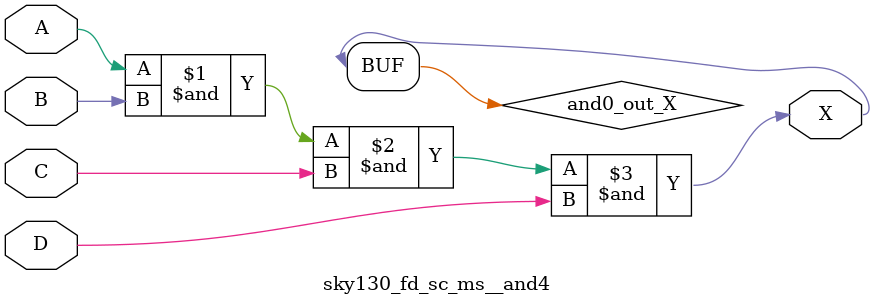
<source format=v>
/*
 * Copyright 2020 The SkyWater PDK Authors
 *
 * Licensed under the Apache License, Version 2.0 (the "License");
 * you may not use this file except in compliance with the License.
 * You may obtain a copy of the License at
 *
 *     https://www.apache.org/licenses/LICENSE-2.0
 *
 * Unless required by applicable law or agreed to in writing, software
 * distributed under the License is distributed on an "AS IS" BASIS,
 * WITHOUT WARRANTIES OR CONDITIONS OF ANY KIND, either express or implied.
 * See the License for the specific language governing permissions and
 * limitations under the License.
 *
 * SPDX-License-Identifier: Apache-2.0
*/


`ifndef SKY130_FD_SC_MS__AND4_FUNCTIONAL_V
`define SKY130_FD_SC_MS__AND4_FUNCTIONAL_V

/**
 * and4: 4-input AND.
 *
 * Verilog simulation functional model.
 */

`timescale 1ns / 1ps
`default_nettype none

`celldefine
module sky130_fd_sc_ms__and4 (
    X,
    A,
    B,
    C,
    D
);

    // Module ports
    output X;
    input  A;
    input  B;
    input  C;
    input  D;

    // Local signals
    wire and0_out_X;

    //  Name  Output      Other arguments
    and and0 (and0_out_X, A, B, C, D     );
    buf buf0 (X         , and0_out_X     );

endmodule
`endcelldefine

`default_nettype wire
`endif  // SKY130_FD_SC_MS__AND4_FUNCTIONAL_V

</source>
